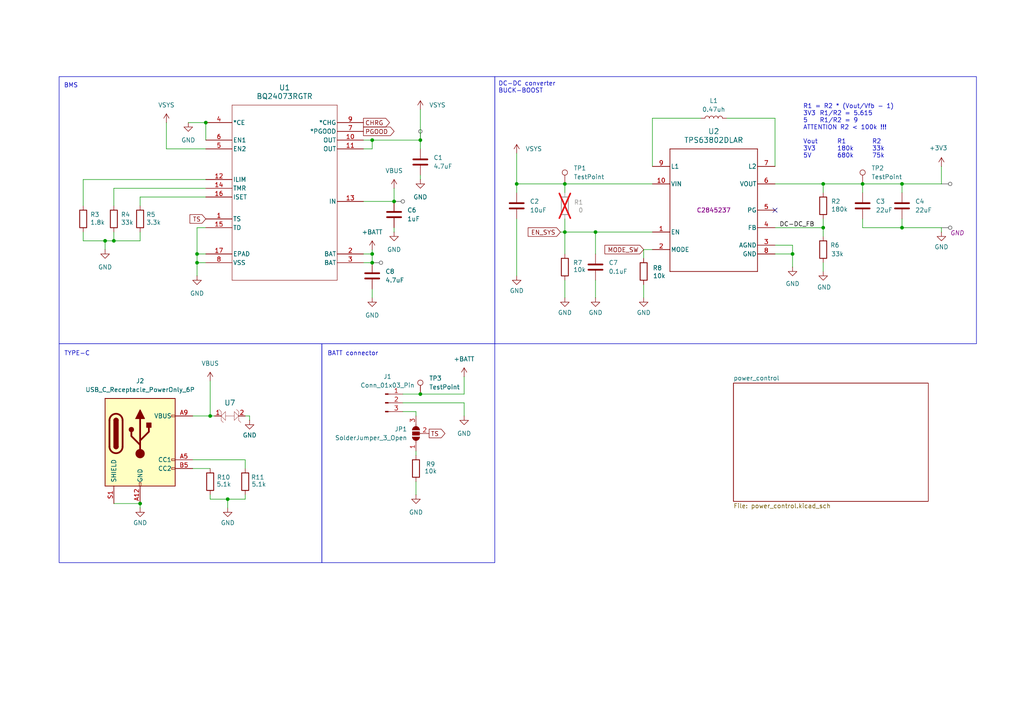
<source format=kicad_sch>
(kicad_sch (version 20250114) (generator "eeschema") (generator_version "9.0")
  (paper "A4")
  (title_block (title "DRP.004") (date "2025-04-05") (rev "v0") (company "SaintCarbonara") (comment 1 "QUACK-QUACK, MAFAKA!") (comment 2 "QUACK-QUACK, MAFAKA!"))
  (lib_symbols
    (symbol "BQ24073:BQ24073RGTR" (pin_names (offset 0.254))
      (property "Reference" "U" (at 22.86 10.16 0))
      (property "Value" "BQ24073RGTR" (at 22.86 7.62 0))
      (symbol "BQ24073RGTR_0_1"
        (polyline (pts (xy 7.62 5.08) (xy 7.62 -45.72)) (stroke (width 0.127)))
        (polyline (pts (xy 7.62 -45.72) (xy 38.1 -45.72)) (stroke (width 0.127)))
        (polyline (pts (xy 38.1 5.08) (xy 7.62 5.08)) (stroke (width 0.127)))
        (polyline (pts (xy 38.1 -45.72) (xy 38.1 5.08)) (stroke (width 0.127)))
        (pin input line (at 0 0 0) (length 7.62) (name "*CE") (number "4"))
        (pin input line (at 0 -5.08 0) (length 7.62) (name "EN1") (number "6"))
        (pin input line (at 0 -7.62 0) (length 7.62) (name "EN2") (number "5"))
        (pin input line (at 0 -16.51 0) (length 7.62) (name "ILIM") (number "12"))
        (pin input line (at 0 -19.05 0) (length 7.62) (name "TMR") (number "14"))
        (pin bidirectional line (at 0 -21.59 0) (length 7.62) (name "ISET") (number "16"))
        (pin input line (at 0 -27.94 0) (length 7.62) (name "TS") (number "1"))
        (pin input line (at 0 -30.48 0) (length 7.62) (name "TD") (number "15"))
        (pin power_out line (at 0 -38.1 0) (length 7.62) (name "EPAD") (number "17"))
        (pin power_out line (at 0 -40.64 0) (length 7.62) (name "VSS") (number "8"))
        (pin output line (at 45.72 0 180) (length 7.62) (name "*CHG") (number "9"))
        (pin output line (at 45.72 -2.54 180) (length 7.62) (name "*PGOOD") (number "7"))
        (pin power_out line (at 45.72 -7.62 180) (length 7.62) (name "OUT") (number "11"))
        (pin power_out line (at 45.72 -22.86 180) (length 7.62) (name "IN") (number "13"))
        (pin power_in line (at 45.72 -38.1 180) (length 7.62) (name "BAT") (number "2"))
        (pin power_in line (at 45.72 -40.64 180) (length 7.62) (name "BAT") (number "3"))
      )
      (symbol "BQ24073RGTR_1_1"
        (pin power_out line (at 45.72 -5.08 180) (length 7.62) (name "OUT") (number "10"))
      )
    )
    (symbol "Connector:Conn_01x03_Pin" (pin_names (offset 1.016) (hide yes))
      (property "Reference" "J" (at 0 5.08 0))
      (property "Value" "Conn_01x03_Pin" (at 0 -5.08 0))
      (symbol "Conn_01x03_Pin_1_1"
        (rectangle (start 0.8636 2.667) (end 0 2.413) (stroke (width 0.1524)) (fill (type outline)))
        (rectangle (start 0.8636 0.127) (end 0 -0.127) (stroke (width 0.1524)) (fill (type outline)))
        (rectangle (start 0.8636 -2.413) (end 0 -2.667) (stroke (width 0.1524)) (fill (type outline)))
        (polyline (pts (xy 1.27 2.54) (xy 0.8636 2.54)) (stroke (width 0.1524)))
        (polyline (pts (xy 1.27 0) (xy 0.8636 0)) (stroke (width 0.1524)))
        (polyline (pts (xy 1.27 -2.54) (xy 0.8636 -2.54)) (stroke (width 0.1524)))
        (pin passive line (at 5.08 2.54 180) (length 3.81) (name "Pin_1") (number "1"))
        (pin passive line (at 5.08 0 180) (length 3.81) (name "Pin_2") (number "2"))
        (pin passive line (at 5.08 -2.54 180) (length 3.81) (name "Pin_3") (number "3"))
      )
    )
    (symbol "Connector:TestPoint" (pin_numbers (hide yes)) (pin_names (offset 0.762) (hide yes))
      (property "Reference" "TP" (at 0 6.858 0))
      (property "Value" "TestPoint" (at 0 5.08 0))
      (symbol "TestPoint_0_1"
        (circle (center 0 3.302) (radius 0.762))
      )
      (symbol "TestPoint_1_1"
        (pin passive line (at 0 0 90) (length 2.54) (name "1") (number "1"))
      )
    )
    (symbol "Connector:USB_C_Receptacle_PowerOnly_6P" (pin_names (offset 1.016))
      (property "Reference" "J" (at 0 16.51 0))
      (property "Value" "USB_C_Receptacle_PowerOnly_6P" (at 0 13.97 0))
      (symbol "USB_C_Receptacle_PowerOnly_6P_0_0"
        (rectangle (start -0.254 -12.7) (end 0.254 -11.684))
        (rectangle (start 10.16 7.874) (end 9.144 7.366))
        (rectangle (start 10.16 -4.826) (end 9.144 -5.334))
        (rectangle (start 10.16 -7.366) (end 9.144 -7.874))
      )
      (symbol "USB_C_Receptacle_PowerOnly_6P_0_1"
        (rectangle (start -10.16 12.7) (end 10.16 -12.7) (stroke (width 0.254)) (fill (type background)))
        (polyline (pts (xy -8.89 -1.27) (xy -8.89 6.35)) (stroke (width 0.508)))
        (rectangle (start -7.62 -1.27) (end -6.35 6.35) (stroke (width 0.254)) (fill (type outline)))
        (arc (start -7.62 6.35) (mid -6.985 6.9823) (end -6.35 6.35) (stroke (width 0.254)))
        (arc (start -7.62 6.35) (mid -6.985 6.9823) (end -6.35 6.35) (stroke (width 0.254)) (fill (type outline)))
        (arc (start -8.89 6.35) (mid -6.985 8.2467) (end -5.08 6.35) (stroke (width 0.508)))
        (arc (start -5.08 -1.27) (mid -6.985 -3.1667) (end -8.89 -1.27) (stroke (width 0.508)))
        (arc (start -6.35 -1.27) (mid -6.985 -1.9023) (end -7.62 -1.27) (stroke (width 0.254)))
        (arc (start -6.35 -1.27) (mid -6.985 -1.9023) (end -7.62 -1.27) (stroke (width 0.254)) (fill (type outline)))
        (polyline (pts (xy -5.08 6.35) (xy -5.08 -1.27)) (stroke (width 0.508)))
        (circle (center -2.54 3.683) (radius 0.635) (stroke (width 0.254)) (fill (type outline)))
        (polyline (pts (xy -1.27 6.858) (xy 0 9.398) (xy 1.27 6.858) (xy -1.27 6.858)) (stroke (width 0.254)) (fill (type outline)))
        (polyline (pts (xy 0 0.508) (xy 2.54 3.048) (xy 2.54 4.318)) (stroke (width 0.508)))
        (polyline (pts (xy 0 -0.762) (xy -2.54 1.778) (xy -2.54 3.048)) (stroke (width 0.508)))
        (polyline (pts (xy 0 -3.302) (xy 0 6.858)) (stroke (width 0.508)))
        (circle (center 0 -3.302) (radius 1.27) (fill (type outline)))
        (rectangle (start 1.905 4.318) (end 3.175 5.588) (stroke (width 0.254)) (fill (type outline)))
      )
      (symbol "USB_C_Receptacle_PowerOnly_6P_1_1"
        (pin passive line (at -7.62 -17.78 90) (length 5.08) (name "SHIELD") (number "S1"))
        (pin passive line (at 0 -17.78 90) (length 5.08) (name "GND") (number "A12"))
        (pin passive line (at 0 -17.78 90) (length 5.08) (hide yes) (name "GND") (number "B12"))
        (pin passive line (at 15.24 7.62 180) (length 5.08) (name "VBUS") (number "A9"))
        (pin passive line (at 15.24 7.62 180) (length 5.08) (hide yes) (name "VBUS") (number "B9"))
        (pin bidirectional line (at 15.24 -5.08 180) (length 5.08) (name "CC1") (number "A5"))
        (pin bidirectional line (at 15.24 -7.62 180) (length 5.08) (name "CC2") (number "B5"))
      )
    )
    (symbol "Device:C" (pin_numbers (hide yes)) (pin_names (offset 0.254))
      (property "Reference" "C" (at 0.635 2.54 0))
      (property "Value" "C" (at 0.635 -2.54 0))
      (symbol "C_0_1"
        (polyline (pts (xy -2.032 0.762) (xy 2.032 0.762)) (stroke (width 0.508)))
        (polyline (pts (xy -2.032 -0.762) (xy 2.032 -0.762)) (stroke (width 0.508)))
      )
      (symbol "C_1_1"
        (pin passive line (at 0 3.81 270) (length 2.794) (name "~") (number "1"))
        (pin passive line (at 0 -3.81 90) (length 2.794) (name "~") (number "2"))
      )
    )
    (symbol "Device:L" (pin_numbers (hide yes)) (pin_names (offset 1.016) (hide yes))
      (property "Reference" "L" (at -1.27 0 90))
      (property "Value" "L" (at 1.905 0 90))
      (symbol "L_0_1"
        (arc (start 0 2.54) (mid 0.6323 1.905) (end 0 1.27))
        (arc (start 0 1.27) (mid 0.6323 0.635) (end 0 0))
        (arc (start 0 0) (mid 0.6323 -0.635) (end 0 -1.27))
        (arc (start 0 -1.27) (mid 0.6323 -1.905) (end 0 -2.54))
      )
      (symbol "L_1_1"
        (pin passive line (at 0 3.81 270) (length 1.27) (name "1") (number "1"))
        (pin passive line (at 0 -3.81 90) (length 1.27) (name "2") (number "2"))
      )
    )
    (symbol "Device:R" (pin_numbers (hide yes)) (pin_names (offset 0))
      (property "Reference" "R" (at 2.032 0 90))
      (property "Value" "R" (at 0 0 90))
      (symbol "R_0_1"
        (rectangle (start -1.016 -2.54) (end 1.016 2.54) (stroke (width 0.254)))
      )
      (symbol "R_1_1"
        (pin passive line (at 0 3.81 270) (length 1.27) (name "~") (number "1"))
        (pin passive line (at 0 -3.81 90) (length 1.27) (name "~") (number "2"))
      )
    )
    (symbol "Jumper:SolderJumper_3_Open" (pin_names (offset 0) (hide yes)) (in_bom no)
      (property "Reference" "JP" (at -2.54 -2.54 0))
      (property "Value" "SolderJumper_3_Open" (at 0 2.794 0))
      (symbol "SolderJumper_3_Open_0_1"
        (polyline (pts (xy -2.54 0) (xy -2.032 0)))
        (polyline (pts (xy -1.016 1.016) (xy -1.016 -1.016)))
        (arc (start -1.016 -1.016) (mid -2.0276 0) (end -1.016 1.016))
        (arc (start -1.016 -1.016) (mid -2.0276 0) (end -1.016 1.016) (fill (type outline)))
        (rectangle (start -0.508 1.016) (end 0.508 -1.016) (fill (type outline)))
        (polyline (pts (xy 0 -1.27) (xy 0 -1.016)))
        (arc (start 1.016 1.016) (mid 2.0276 0) (end 1.016 -1.016))
        (arc (start 1.016 1.016) (mid 2.0276 0) (end 1.016 -1.016) (fill (type outline)))
        (polyline (pts (xy 1.016 1.016) (xy 1.016 -1.016)))
        (polyline (pts (xy 2.54 0) (xy 2.032 0)))
      )
      (symbol "SolderJumper_3_Open_1_1"
        (pin passive line (at -5.08 0 0) (length 2.54) (name "A") (number "1"))
        (pin passive line (at 0 -3.81 90) (length 2.54) (name "C") (number "2"))
        (pin passive line (at 5.08 0 180) (length 2.54) (name "B") (number "3"))
      )
    )
    (symbol "TPD1E10B06DPYR:TPD1E10B06DPYR" (pin_names (offset 0.254))
      (property "Reference" "U" (at 14.605 8.255 0))
      (symbol "TPD1E10B06DPYR_0_1"
        (polyline (pts (xy 11.43 1.905) (xy 12.065 1.27)) (stroke (width 0.0762)))
        (polyline (pts (xy 12.065 1.27) (xy 12.065 -1.27)) (stroke (width 0.0762)))
        (polyline (pts (xy 12.065 0) (xy 13.335 -1.27)) (stroke (width 0.0762)))
        (polyline (pts (xy 12.7 -1.905) (xy 12.065 -1.27)) (stroke (width 0.0762)))
        (polyline (pts (xy 13.335 1.27) (xy 12.065 0)) (stroke (width 0.0762)))
        (polyline (pts (xy 13.335 0) (xy 15.875 0)) (stroke (width 0.0762)))
        (polyline (pts (xy 13.335 -1.27) (xy 13.335 1.27)) (stroke (width 0.0762)))
        (polyline (pts (xy 15.875 -1.27) (xy 15.875 1.27)) (stroke (width 0.0762)))
        (polyline (pts (xy 15.875 -1.27) (xy 17.145 0)) (stroke (width 0.0762)))
        (polyline (pts (xy 16.51 1.905) (xy 17.145 1.27)) (stroke (width 0.0762)))
        (polyline (pts (xy 17.145 0) (xy 15.875 1.27)) (stroke (width 0.0762)))
        (polyline (pts (xy 17.145 -1.27) (xy 17.145 1.27)) (stroke (width 0.0762)))
        (polyline (pts (xy 17.78 -1.905) (xy 17.145 -1.27)) (stroke (width 0.0762)))
      )
      (symbol "TPD1E10B06DPYR_1_1"
        (pin unspecified line (at 10.16 0 0) (length 1.905) (name "") (number "1"))
        (pin unspecified line (at 19.05 0 180) (length 1.905) (name "") (number "2"))
      )
    )
    (symbol "TPS63802:TPS63802DLAR" (pin_names (offset 0.254))
      (property "Reference" "U" (at 0 2.54 0))
      (property "Value" "TPS63802DLAR" (at 0 0 0))
      (symbol "TPS63802DLAR_0_1"
        (polyline (pts (xy -12.7 17.78) (xy -12.7 -17.78)) (stroke (width 0.2032)))
        (polyline (pts (xy -12.7 -17.78) (xy 12.7 -17.78)) (stroke (width 0.2032)))
        (polyline (pts (xy 12.7 17.78) (xy -12.7 17.78)) (stroke (width 0.2032)))
        (polyline (pts (xy 12.7 -17.78) (xy 12.7 17.78)) (stroke (width 0.2032)))
        (pin passive line (at -17.78 12.7 0) (length 5.08) (name "L1") (number "9"))
        (pin power_in line (at -17.78 7.62 0) (length 5.08) (name "VIN") (number "10"))
        (pin input line (at -17.78 -6.35 0) (length 5.08) (name "EN") (number "1"))
        (pin input line (at -17.78 -11.43 0) (length 5.08) (name "MODE") (number "2"))
        (pin passive line (at 17.78 12.7 180) (length 5.08) (name "L2") (number "7"))
        (pin power_out line (at 17.78 7.62 180) (length 5.08) (name "VOUT") (number "6"))
        (pin open_collector line (at 17.78 0 180) (length 5.08) (name "PG") (number "5"))
        (pin input line (at 17.78 -5.08 180) (length 5.08) (name "FB") (number "4"))
        (pin power_in line (at 17.78 -10.16 180) (length 5.08) (name "AGND") (number "3"))
        (pin power_in line (at 17.78 -12.7 180) (length 5.08) (name "GND") (number "8"))
      )
    )
    (symbol "power:+3V3" (power) (pin_numbers (hide yes)) (pin_names (offset 0) (hide yes))
      (property "Value" "+3V3" (at 0 3.556 0))
      (symbol "+3V3_0_1"
        (polyline (pts (xy -0.762 1.27) (xy 0 2.54)))
        (polyline (pts (xy 0 2.54) (xy 0.762 1.27)))
        (polyline (pts (xy 0 0) (xy 0 2.54)))
      )
      (symbol "+3V3_1_1"
        (pin power_in line (at 0 0 90) (length 0) (name "~") (number "1"))
      )
    )
    (symbol "power:+BATT" (power) (pin_numbers (hide yes)) (pin_names (offset 0) (hide yes))
      (property "Value" "+BATT" (at 0 3.556 0))
      (symbol "+BATT_0_1"
        (polyline (pts (xy -0.762 1.27) (xy 0 2.54)))
        (polyline (pts (xy 0 2.54) (xy 0.762 1.27)))
        (polyline (pts (xy 0 0) (xy 0 2.54)))
      )
      (symbol "+BATT_1_1"
        (pin power_in line (at 0 0 90) (length 0) (name "~") (number "1"))
      )
    )
    (symbol "power:GND" (power) (pin_numbers (hide yes)) (pin_names (offset 0) (hide yes))
      (property "Value" "GND" (at 0 -3.81 0))
      (symbol "GND_0_1"
        (polyline (pts (xy 0 0) (xy 0 -1.27) (xy 1.27 -1.27) (xy 0 -2.54) (xy -1.27 -1.27) (xy 0 -1.27)))
      )
      (symbol "GND_1_1"
        (pin power_in line (at 0 0 270) (length 0) (name "~") (number "1"))
      )
    )
    (symbol "power:VBUS" (power) (pin_numbers (hide yes)) (pin_names (offset 0) (hide yes))
      (property "Value" "VBUS" (at 0 3.556 0))
      (symbol "VBUS_0_1"
        (polyline (pts (xy -0.762 1.27) (xy 0 2.54)))
        (polyline (pts (xy 0 2.54) (xy 0.762 1.27)))
        (polyline (pts (xy 0 0) (xy 0 2.54)))
      )
      (symbol "VBUS_1_1"
        (pin power_in line (at 0 0 90) (length 0) (name "~") (number "1"))
      )
    )
    (symbol "power:VCC" (power) (pin_numbers (hide yes)) (pin_names (offset 0) (hide yes))
      (property "Value" "VCC" (at 0 3.556 0))
      (symbol "VCC_0_1"
        (polyline (pts (xy -0.762 1.27) (xy 0 2.54)))
        (polyline (pts (xy 0 2.54) (xy 0.762 1.27)))
        (polyline (pts (xy 0 0) (xy 0 2.54)))
      )
      (symbol "VCC_1_1"
        (pin power_in line (at 0 0 90) (length 0) (name "~") (number "1"))
      )
    )
  )
  (rectangle (start 17.145 22.225) (end 143.51 99.695))
  (rectangle (start 143.51 22.225) (end 283.21 99.695))
  (rectangle (start 17.145 99.695) (end 93.345 163.195))
  (rectangle (start 93.345 99.695) (end 143.51 163.195))
  (text "DC-DC converter\nBUCK-BOOST" (at 144.526 25.4 0) (effects (font (size 1.27 1.27)) (justify left)))
  (text "R1 = R2 * (Vout/Vfb - 1)\n3V3	R1/R2 = 5.615\n5	R1/R2 = 9\nATTENTION R2 < 100k !!!\n\nVout	R1		R2\n3V3		180k	33k\n5V		680k	75k" (exclude_from_sim yes) (at 232.918 38.1 0) (effects (font (size 1.27 1.27)) (justify left)))
  (text "TYPE-C" (at 22.352 102.616 0) (effects (font (size 1.27 1.27))))
  (text "BMS" (at 20.574 24.892 0) (effects (font (size 1.27 1.27))))
  (text "BATT connector" (at 102.362 102.616 0) (effects (font (size 1.27 1.27))))
  (junction (at 107.95 40.64))
  (junction (at 57.15 76.2))
  (junction (at 114.3 58.42))
  (junction (at 59.69 35.56))
  (junction (at 107.95 76.2))
  (junction (at 261.62 66.04))
  (junction (at 121.92 114.3))
  (junction (at 40.64 146.05))
  (junction (at 60.96 120.65))
  (junction (at 149.86 53.34))
  (junction (at 229.87 73.66))
  (junction (at 57.15 73.66))
  (junction (at 121.92 40.64))
  (junction (at 163.83 67.31))
  (junction (at 238.76 66.04))
  (junction (at 33.02 69.85))
  (junction (at 30.48 69.85))
  (junction (at 163.83 53.34))
  (junction (at 66.04 144.78))
  (junction (at 238.76 53.34))
  (junction (at 107.95 73.66))
  (junction (at 250.19 53.34))
  (junction (at 172.72 67.31))
  (junction (at 261.62 53.34))
  (no_connect (at 224.79 60.96))
  (wire (pts (xy 33.02 146.05) (xy 40.64 146.05)))
  (wire (pts (xy 107.95 40.64) (xy 107.95 43.18)))
  (wire (pts (xy 24.13 69.85) (xy 30.48 69.85)))
  (wire (pts (xy 62.23 120.65) (xy 60.96 120.65)))
  (wire (pts (xy 186.69 74.93) (xy 186.69 72.39)))
  (wire (pts (xy 59.69 35.56) (xy 59.69 40.64)))
  (wire (pts (xy 24.13 69.85) (xy 24.13 67.31)))
  (wire (pts (xy 121.92 40.64) (xy 107.95 40.64)))
  (wire (pts (xy 120.65 130.81) (xy 120.65 132.08)))
  (wire (pts (xy 224.79 71.12) (xy 229.87 71.12)))
  (wire (pts (xy 30.48 69.85) (xy 33.02 69.85)))
  (wire (pts (xy 250.19 55.88) (xy 250.19 53.34)))
  (wire (pts (xy 163.83 81.28) (xy 163.83 86.36)))
  (wire (pts (xy 134.62 114.3) (xy 121.92 114.3)))
  (wire (pts (xy 186.69 82.55) (xy 186.69 86.36)))
  (wire (pts (xy 59.69 66.04) (xy 57.15 66.04)))
  (wire (pts (xy 224.79 73.66) (xy 229.87 73.66)))
  (wire (pts (xy 273.05 66.04) (xy 261.62 66.04)))
  (wire (pts (xy 163.83 67.31) (xy 163.83 73.66)))
  (wire (pts (xy 57.15 76.2) (xy 59.69 76.2)))
  (wire (pts (xy 114.3 54.61) (xy 114.3 58.42)))
  (wire (pts (xy 33.02 54.61) (xy 59.69 54.61)))
  (wire (pts (xy 40.64 57.15) (xy 40.64 59.69)))
  (wire (pts (xy 57.15 80.01) (xy 57.15 76.2)))
  (wire (pts (xy 48.26 35.56) (xy 48.26 43.18)))
  (wire (pts (xy 33.02 54.61) (xy 33.02 59.69)))
  (wire (pts (xy 224.79 34.29) (xy 210.82 34.29)))
  (wire (pts (xy 203.2 34.29) (xy 189.23 34.29)))
  (wire (pts (xy 107.95 40.64) (xy 105.41 40.64)))
  (wire (pts (xy 189.23 34.29) (xy 189.23 48.26)))
  (wire (pts (xy 107.95 72.39) (xy 107.95 73.66)))
  (wire (pts (xy 149.86 63.5) (xy 149.86 80.01)))
  (wire (pts (xy 59.69 73.66) (xy 57.15 73.66)))
  (wire (pts (xy 163.83 53.34) (xy 189.23 53.34)))
  (wire (pts (xy 107.95 43.18) (xy 105.41 43.18)))
  (wire (pts (xy 121.92 43.18) (xy 121.92 40.64)))
  (wire (pts (xy 30.48 69.85) (xy 30.48 72.39)))
  (wire (pts (xy 59.69 57.15) (xy 40.64 57.15)))
  (wire (pts (xy 24.13 52.07) (xy 59.69 52.07)))
  (wire (pts (xy 33.02 69.85) (xy 40.64 69.85)))
  (wire (pts (xy 238.76 55.88) (xy 238.76 53.34)))
  (wire (pts (xy 55.88 133.35) (xy 71.12 133.35)))
  (wire (pts (xy 121.92 31.75) (xy 121.92 40.64)))
  (wire (pts (xy 60.96 110.49) (xy 60.96 120.65)))
  (wire (pts (xy 54.61 35.56) (xy 59.69 35.56)))
  (wire (pts (xy 120.65 119.38) (xy 120.65 120.65)))
  (wire (pts (xy 261.62 53.34) (xy 273.05 53.34)))
  (wire (pts (xy 71.12 144.78) (xy 71.12 143.51)))
  (wire (pts (xy 134.62 116.84) (xy 134.62 120.65)))
  (wire (pts (xy 163.83 67.31) (xy 172.72 67.31)))
  (wire (pts (xy 55.88 120.65) (xy 60.96 120.65)))
  (wire (pts (xy 162.56 67.31) (xy 163.83 67.31)))
  (wire (pts (xy 114.3 66.04) (xy 114.3 67.31)))
  (wire (pts (xy 24.13 52.07) (xy 24.13 59.69)))
  (wire (pts (xy 72.39 120.65) (xy 72.39 121.92)))
  (wire (pts (xy 60.96 144.78) (xy 60.96 143.51)))
  (wire (pts (xy 33.02 69.85) (xy 33.02 67.31)))
  (wire (pts (xy 57.15 73.66) (xy 57.15 76.2)))
  (wire (pts (xy 149.86 44.45) (xy 149.86 53.34)))
  (wire (pts (xy 57.15 66.04) (xy 57.15 73.66)))
  (wire (pts (xy 149.86 55.88) (xy 149.86 53.34)))
  (wire (pts (xy 186.69 72.39) (xy 189.23 72.39)))
  (wire (pts (xy 172.72 81.28) (xy 172.72 86.36)))
  (wire (pts (xy 163.83 55.88) (xy 163.83 53.34)))
  (wire (pts (xy 250.19 53.34) (xy 261.62 53.34)))
  (wire (pts (xy 55.88 135.89) (xy 60.96 135.89)))
  (wire (pts (xy 107.95 83.82) (xy 107.95 86.36)))
  (wire (pts (xy 71.12 120.65) (xy 72.39 120.65)))
  (wire (pts (xy 60.96 144.78) (xy 66.04 144.78)))
  (wire (pts (xy 105.41 76.2) (xy 107.95 76.2)))
  (wire (pts (xy 224.79 48.26) (xy 224.79 34.29)))
  (wire (pts (xy 105.41 73.66) (xy 107.95 73.66)))
  (wire (pts (xy 66.04 144.78) (xy 66.04 147.32)))
  (wire (pts (xy 261.62 55.88) (xy 261.62 53.34)))
  (wire (pts (xy 40.64 69.85) (xy 40.64 67.31)))
  (wire (pts (xy 66.04 144.78) (xy 71.12 144.78)))
  (wire (pts (xy 116.84 116.84) (xy 134.62 116.84)))
  (wire (pts (xy 48.26 43.18) (xy 59.69 43.18)))
  (wire (pts (xy 273.05 66.04) (xy 273.05 67.31)))
  (wire (pts (xy 40.64 146.05) (xy 40.64 147.32)))
  (wire (pts (xy 238.76 68.58) (xy 238.76 66.04)))
  (wire (pts (xy 134.62 109.22) (xy 134.62 114.3)))
  (wire (pts (xy 149.86 53.34) (xy 163.83 53.34)))
  (wire (pts (xy 163.83 67.31) (xy 163.83 63.5)))
  (wire (pts (xy 224.79 53.34) (xy 238.76 53.34)))
  (wire (pts (xy 121.92 50.8) (xy 121.92 52.07)))
  (wire (pts (xy 250.19 66.04) (xy 261.62 66.04)))
  (wire (pts (xy 114.3 58.42) (xy 105.41 58.42)))
  (wire (pts (xy 261.62 66.04) (xy 261.62 63.5)))
  (wire (pts (xy 238.76 66.04) (xy 238.76 63.5)))
  (wire (pts (xy 250.19 66.04) (xy 250.19 63.5)))
  (wire (pts (xy 116.84 119.38) (xy 120.65 119.38)))
  (wire (pts (xy 238.76 53.34) (xy 250.19 53.34)))
  (wire (pts (xy 229.87 73.66) (xy 229.87 77.47)))
  (wire (pts (xy 273.05 48.26) (xy 273.05 53.34)))
  (wire (pts (xy 238.76 76.2) (xy 238.76 78.74)))
  (wire (pts (xy 172.72 67.31) (xy 189.23 67.31)))
  (wire (pts (xy 224.79 66.04) (xy 238.76 66.04)))
  (wire (pts (xy 121.92 114.3) (xy 116.84 114.3)))
  (wire (pts (xy 71.12 133.35) (xy 71.12 135.89)))
  (wire (pts (xy 172.72 67.31) (xy 172.72 73.66)))
  (wire (pts (xy 229.87 71.12) (xy 229.87 73.66)))
  (wire (pts (xy 120.65 139.7) (xy 120.65 143.51)))
  (wire (pts (xy 107.95 73.66) (xy 107.95 76.2)))
  (label "DC-DC_FB" (at 226.06 66.04 0))
  (global_label "EN_SYS" (shape input) (at 162.56 67.31 180) (property "Intersheetrefs" "${INTERSHEET_REFS}" (effects (hide yes))))
  (global_label "CHRG" (shape output) (at 105.41 35.56 0) (property "Intersheetrefs" "${INTERSHEET_REFS}" (effects (hide yes))))
  (global_label "MODE_SW" (shape input) (at 186.69 72.39 180) (property "Intersheetrefs" "${INTERSHEET_REFS}" (effects (hide yes))))
  (global_label "TS" (shape input) (at 59.69 63.5 180) (property "Intersheetrefs" "${INTERSHEET_REFS}" (effects (hide yes))))
  (global_label "TS" (shape output) (at 124.46 125.73 0) (property "Intersheetrefs" "${INTERSHEET_REFS}" (effects (hide yes))))
  (global_label "PGOOD" (shape output) (at 105.41 38.1 0) (property "Intersheetrefs" "${INTERSHEET_REFS}" (effects (hide yes))))
  (netclass_flag "" (length 2.54) (shape round) (at 273.05 66.04 270) (property "Netclass" "GND" (at 275.59 67.564 0) (effects (font (italic yes)) (justify left))))
  (netclass_flag "" (length 2.54) (shape round) (at 107.95 76.2 270) (property "Netclass" "BAT" (effects (hide yes))))
  (netclass_flag "" (length 2.54) (shape round) (at 273.05 53.34 270) (property "Netclass" "POWER" (effects (hide yes))))
  (netclass_flag "" (length 2.54) (shape round) (at 121.92 40.64 0) (property "Netclass" "POWER" (effects (hide yes))))
  (netclass_flag "" (length 2.54) (shape round) (at 114.3 58.42 270) (property "Netclass" "POWER" (effects (hide yes))))
  (symbol (lib_id "power:GND") (at 57.15 80.01 0) (mirror y) (unit 1)
    (property "Reference" "#PWR014" (effects (hide yes)))
    (property "Value" "GND" (at 57.15 85.09 0))
    (property "Description" "Power symbol creates a global label with name \"GND\" , ground" (effects (hide yes)))
  )
  (symbol (lib_id "Device:R") (at 33.02 63.5 0) (mirror y) (unit 1)
    (property "Reference" "R4" (at 35.052 62.23 0) (effects (justify right)))
    (property "Value" "33k" (at 35.052 64.516 0) (effects (justify right)))
    (property "Footprint" "Resistor_SMD:R_0603_1608Metric" (effects (hide yes)))
    (property "Description" "Resistor" (effects (hide yes)))
  )
  (symbol (lib_id "power:VCC") (at 121.92 31.75 0) (mirror y) (unit 1)
    (property "Reference" "#PWR01" (effects (hide yes)))
    (property "Value" "VSYS" (at 124.46 30.4799 0) (effects (justify right)))
    (property "Description" "Power symbol creates a global label with name \"VCC\"" (effects (hide yes)))
  )
  (symbol (lib_id "Connector:USB_C_Receptacle_PowerOnly_6P") (at 40.64 128.27 0) (unit 1)
    (property "Reference" "J2" (at 40.64 110.49 0))
    (property "Value" "USB_C_Receptacle_PowerOnly_6P" (at 40.64 113.03 0))
    (property "Footprint" "Connector_USB:USB_C_Receptacle_GCT_USB4125-xx-x-0190_6P_TopMnt_Horizontal" (effects (hide yes)))
    (property "Datasheet" "https://www.usb.org/sites/default/files/documents/usb_type-c.zip" (effects (hide yes)))
    (property "Description" "USB Power-Only 6P Type-C Receptacle connector" (effects (hide yes)))
  )
  (symbol (lib_id "power:+BATT") (at 134.62 109.22 0) (unit 1)
    (property "Reference" "#PWR021" (effects (hide yes)))
    (property "Value" "+BATT" (at 134.62 104.14 0))
    (property "Description" "Power symbol creates a global label with name \"+BATT\"" (effects (hide yes)))
  )
  (symbol (lib_id "power:GND") (at 40.64 147.32 0) (mirror y) (unit 1)
    (property "Reference" "#PWR025" (effects (hide yes)))
    (property "Value" "GND" (at 38.608 151.638 0) (effects (justify right)))
    (property "Description" "Power symbol creates a global label with name \"GND\" , ground" (effects (hide yes)))
  )
  (symbol (lib_id "power:GND") (at 163.83 86.36 0) (mirror y) (unit 1)
    (property "Reference" "#PWR017" (effects (hide yes)))
    (property "Value" "GND" (at 161.798 90.678 0) (effects (justify right)))
    (property "Description" "Power symbol creates a global label with name \"GND\" , ground" (effects (hide yes)))
  )
  (symbol (lib_id "Device:C") (at 149.86 59.69 0) (mirror y) (unit 1)
    (property "Reference" "C2" (at 153.67 58.4199 0) (effects (justify right)))
    (property "Value" "10uF" (at 153.67 60.9599 0) (effects (justify right)))
    (property "Footprint" "Capacitor_SMD:C_0603_1608Metric" (effects (hide yes)))
    (property "Description" "Unpolarized capacitor" (effects (hide yes)))
  )
  (symbol (lib_id "Device:C") (at 250.19 59.69 0) (mirror y) (unit 1)
    (property "Reference" "C3" (at 254 58.4199 0) (effects (justify right)))
    (property "Value" "22uF" (at 254 60.9599 0) (effects (justify right)))
    (property "Footprint" "Capacitor_SMD:C_0603_1608Metric" (effects (hide yes)))
    (property "Description" "Unpolarized capacitor" (effects (hide yes)))
  )
  (symbol (lib_id "TPS63802:TPS63802DLAR") (at 207.01 60.96 0) (unit 1)
    (property "Reference" "U2" (at 207.01 38.1 0) (effects (font (size 1.524 1.524))))
    (property "Value" "TPS63802DLAR" (at 207.01 40.64 0) (effects (font (size 1.524 1.524))))
    (property "Footprint" "TPS63802:DLA0010A" (effects (hide yes)))
    (property "Datasheet" "TPS63802DLAR" (effects (hide yes)))
    (property "LCSC" "C2845237" (at 207.01 60.96 0))
  )
  (symbol (lib_id "Device:C") (at 261.62 59.69 0) (mirror y) (unit 1)
    (property "Reference" "C4" (at 265.43 58.4199 0) (effects (justify right)))
    (property "Value" "22uF" (at 265.43 60.9599 0) (effects (justify right)))
    (property "Footprint" "Capacitor_SMD:C_0603_1608Metric" (effects (hide yes)))
    (property "Description" "Unpolarized capacitor" (effects (hide yes)))
  )
  (symbol (lib_id "power:+BATT") (at 107.95 72.39 0) (unit 1)
    (property "Reference" "#PWR011" (effects (hide yes)))
    (property "Value" "+BATT" (at 107.95 67.31 0))
    (property "Description" "Power symbol creates a global label with name \"+BATT\"" (effects (hide yes)))
  )
  (symbol (lib_id "power:VBUS") (at 114.3 54.61 0) (unit 1)
    (property "Reference" "#PWR07" (effects (hide yes)))
    (property "Value" "VBUS" (at 114.3 49.53 0))
    (property "Description" "Power symbol creates a global label with name \"VBUS\"" (effects (hide yes)))
  )
  (symbol (lib_id "power:GND") (at 121.92 52.07 0) (mirror y) (unit 1)
    (property "Reference" "#PWR06" (effects (hide yes)))
    (property "Value" "GND" (at 121.92 57.15 0))
    (property "Description" "Power symbol creates a global label with name \"GND\" , ground" (effects (hide yes)))
  )
  (symbol (lib_id "TPD1E10B06DPYR:TPD1E10B06DPYR") (at 52.07 120.65 0) (unit 1)
    (property "Reference" "U7" (at 66.675 116.84 0) (effects (font (size 1.524 1.524))))
    (property "Value" "TPD1E10B06DPYR" (effects (hide yes)))
    (property "Footprint" "TPD1E10B06DPYR:X1SON-2_L1.0-W0.6-P0.65-BI" (effects (hide yes)))
    (property "Datasheet" "TPD1E10B06DPYR" (effects (hide yes)))
    (property "LCSC" "C48260" (effects (hide yes)))
  )
  (symbol (lib_id "Device:C") (at 121.92 46.99 0) (mirror y) (unit 1)
    (property "Reference" "C1" (at 125.73 45.7199 0) (effects (justify right)))
    (property "Value" "4.7uF" (at 125.73 48.2599 0) (effects (justify right)))
    (property "Footprint" "Capacitor_SMD:C_0603_1608Metric" (effects (hide yes)))
    (property "Description" "Unpolarized capacitor" (effects (hide yes)))
  )
  (symbol (lib_id "Device:R") (at 238.76 72.39 0) (mirror y) (unit 1)
    (property "Reference" "R6" (at 240.792 71.12 0) (effects (justify right)))
    (property "Value" "33k" (at 241.046 73.66 0) (effects (justify right)))
    (property "Footprint" "Resistor_SMD:R_0603_1608Metric" (effects (hide yes)))
    (property "Description" "Resistor" (effects (hide yes)))
  )
  (symbol (lib_id "BQ24073:BQ24073RGTR") (at 59.69 35.56 0) (unit 1)
    (property "Reference" "U1" (at 82.55 25.4 0) (effects (font (size 1.524 1.524))))
    (property "Value" "BQ24073RGTR" (at 82.55 27.94 0) (effects (font (size 1.524 1.524))))
    (property "Footprint" "BQ24703:RGT16_1P7X1P7" (effects (hide yes)))
    (property "Datasheet" "BQ24073RGTR" (effects (hide yes)))
    (property "LCSC" "C15220" (effects (hide yes)))
  )
  (symbol (lib_id "power:GND") (at 273.05 67.31 0) (mirror y) (unit 1)
    (property "Reference" "#PWR09" (effects (hide yes)))
    (property "Value" "GND" (at 271.018 71.628 0) (effects (justify right)))
    (property "Description" "Power symbol creates a global label with name \"GND\" , ground" (effects (hide yes)))
  )
  (symbol (lib_id "power:VCC") (at 149.86 44.45 0) (mirror y) (unit 1)
    (property "Reference" "#PWR04" (effects (hide yes)))
    (property "Value" "VSYS" (at 152.4 43.1799 0) (effects (justify right)))
    (property "Description" "Power symbol creates a global label with name \"VCC\"" (effects (hide yes)))
  )
  (symbol (lib_id "Device:R") (at 163.83 59.69 180) (unit 1) (dnp yes)
    (property "Reference" "R1" (at 169.164 58.674 0) (effects (justify left)))
    (property "Value" "0" (at 169.164 60.96 0) (effects (justify left)))
    (property "Footprint" "Resistor_SMD:R_0603_1608Metric" (effects (hide yes)))
    (property "Description" "Resistor" (effects (hide yes)))
  )
  (symbol (lib_id "Device:R") (at 186.69 78.74 180) (unit 1)
    (property "Reference" "R8" (at 192.024 77.724 0) (effects (justify left)))
    (property "Value" "10k" (at 193.04 80.01 0) (effects (justify left)))
    (property "Footprint" "Resistor_SMD:R_0603_1608Metric" (effects (hide yes)))
    (property "Description" "Resistor" (effects (hide yes)))
  )
  (symbol (lib_id "power:GND") (at 186.69 86.36 0) (mirror y) (unit 1)
    (property "Reference" "#PWR019" (effects (hide yes)))
    (property "Value" "GND" (at 184.658 90.678 0) (effects (justify right)))
    (property "Description" "Power symbol creates a global label with name \"GND\" , ground" (effects (hide yes)))
  )
  (symbol (lib_id "Device:C") (at 107.95 80.01 0) (mirror y) (unit 1)
    (property "Reference" "C8" (at 111.76 78.7399 0) (effects (justify right)))
    (property "Value" "4.7uF" (at 111.76 81.2799 0) (effects (justify right)))
    (property "Footprint" "Capacitor_SMD:C_0603_1608Metric" (effects (hide yes)))
    (property "Description" "Unpolarized capacitor" (effects (hide yes)))
  )
  (symbol (lib_id "Jumper:SolderJumper_3_Open") (at 120.65 125.73 90) (unit 1) (in_bom no)
    (property "Reference" "JP1" (at 118.11 124.4599 90) (effects (justify left)))
    (property "Value" "SolderJumper_3_Open" (at 118.11 126.9999 90) (effects (justify left)))
    (property "Footprint" "Jumper:SolderJumper-3_P1.3mm_Open_RoundedPad1.0x1.5mm" (effects (hide yes)))
    (property "Description" "Solder Jumper, 3-pole, open" (effects (hide yes)))
  )
  (symbol (lib_id "Connector:TestPoint") (at 250.19 53.34 0) (unit 1) (in_bom no)
    (property "Reference" "TP2" (at 252.73 48.7679 0) (effects (justify left)))
    (property "Value" "TestPoint" (at 252.73 51.3079 0) (effects (justify left)))
    (property "Footprint" "TestPoint:TestPoint_Pad_D1.0mm" (effects (hide yes)))
    (property "Description" "test point" (effects (hide yes)))
  )
  (symbol (lib_id "power:GND") (at 149.86 80.01 0) (mirror y) (unit 1)
    (property "Reference" "#PWR015" (effects (hide yes)))
    (property "Value" "GND" (at 147.828 84.328 0) (effects (justify right)))
    (property "Description" "Power symbol creates a global label with name \"GND\" , ground" (effects (hide yes)))
  )
  (symbol (lib_id "power:GND") (at 172.72 86.36 0) (mirror y) (unit 1)
    (property "Reference" "#PWR018" (effects (hide yes)))
    (property "Value" "GND" (at 170.688 90.678 0) (effects (justify right)))
    (property "Description" "Power symbol creates a global label with name \"GND\" , ground" (effects (hide yes)))
  )
  (symbol (lib_id "Connector:TestPoint") (at 121.92 114.3 0) (unit 1) (in_bom no)
    (property "Reference" "TP3" (at 124.46 109.7279 0) (effects (justify left)))
    (property "Value" "TestPoint" (at 124.46 112.2679 0) (effects (justify left)))
    (property "Footprint" "TestPoint:TestPoint_Pad_D1.0mm" (effects (hide yes)))
    (property "Description" "test point" (effects (hide yes)))
  )
  (symbol (lib_id "power:VBUS") (at 48.26 35.56 0) (unit 1)
    (property "Reference" "#PWR02" (effects (hide yes)))
    (property "Value" "VSYS" (at 48.26 30.48 0))
    (property "Description" "Power symbol creates a global label with name \"VBUS\"" (effects (hide yes)))
  )
  (symbol (lib_id "power:GND") (at 30.48 72.39 0) (mirror y) (unit 1)
    (property "Reference" "#PWR010" (effects (hide yes)))
    (property "Value" "GND" (at 30.48 77.47 0))
    (property "Description" "Power symbol creates a global label with name \"GND\" , ground" (effects (hide yes)))
  )
  (symbol (lib_id "power:GND") (at 54.61 35.56 0) (mirror y) (unit 1)
    (property "Reference" "#PWR03" (effects (hide yes)))
    (property "Value" "GND" (at 54.61 40.64 0))
    (property "Description" "Power symbol creates a global label with name \"GND\" , ground" (effects (hide yes)))
  )
  (symbol (lib_id "Device:C") (at 172.72 77.47 0) (mirror y) (unit 1)
    (property "Reference" "C7" (at 176.53 76.1999 0) (effects (justify right)))
    (property "Value" "0.1uF" (at 176.53 78.7399 0) (effects (justify right)))
    (property "Footprint" "Capacitor_SMD:C_0603_1608Metric" (effects (hide yes)))
    (property "Description" "Unpolarized capacitor" (effects (hide yes)))
  )
  (symbol (lib_id "power:GND") (at 66.04 147.32 0) (mirror y) (unit 1)
    (property "Reference" "#PWR026" (effects (hide yes)))
    (property "Value" "GND" (at 64.008 151.638 0) (effects (justify right)))
    (property "Description" "Power symbol creates a global label with name \"GND\" , ground" (effects (hide yes)))
  )
  (symbol (lib_id "power:GND") (at 238.76 78.74 0) (mirror y) (unit 1)
    (property "Reference" "#PWR013" (effects (hide yes)))
    (property "Value" "GND" (at 236.982 83.312 0) (effects (justify right)))
    (property "Description" "Power symbol creates a global label with name \"GND\" , ground" (effects (hide yes)))
  )
  (symbol (lib_id "Connector:Conn_01x03_Pin") (at 111.76 116.84 0) (unit 1)
    (property "Reference" "J1" (at 112.395 109.22 0))
    (property "Value" "Conn_01x03_Pin" (at 112.395 111.76 0))
    (property "Footprint" "conn:JST_PH_S3B-PH-K_1x03_P2.00mm_Horizontal" (effects (hide yes)))
    (property "Description" "Generic connector, single row, 01x03, script generated" (effects (hide yes)))
  )
  (symbol (lib_id "Device:R") (at 60.96 139.7 180) (unit 1)
    (property "Reference" "R10" (at 66.802 138.43 0) (effects (justify left)))
    (property "Value" "5.1k" (at 67.056 140.462 0) (effects (justify left)))
    (property "Footprint" "Resistor_SMD:R_0603_1608Metric" (effects (hide yes)))
    (property "Description" "Resistor" (effects (hide yes)))
  )
  (symbol (lib_id "Device:R") (at 24.13 63.5 0) (mirror y) (unit 1)
    (property "Reference" "R3" (at 26.162 62.23 0) (effects (justify right)))
    (property "Value" "1.8k" (at 26.162 64.516 0) (effects (justify right)))
    (property "Footprint" "Resistor_SMD:R_0603_1608Metric" (effects (hide yes)))
    (property "Description" "Resistor" (effects (hide yes)))
  )
  (symbol (lib_id "power:GND") (at 229.87 77.47 0) (mirror y) (unit 1)
    (property "Reference" "#PWR012" (effects (hide yes)))
    (property "Value" "GND" (at 227.838 82.296 0) (effects (justify right)))
    (property "Description" "Power symbol creates a global label with name \"GND\" , ground" (effects (hide yes)))
  )
  (symbol (lib_id "Device:R") (at 120.65 135.89 180) (unit 1)
    (property "Reference" "R9" (at 126.238 134.62 0) (effects (justify left)))
    (property "Value" "10k" (at 126.746 136.652 0) (effects (justify left)))
    (property "Footprint" "Resistor_SMD:R_0603_1608Metric" (effects (hide yes)))
    (property "Description" "Resistor" (effects (hide yes)))
  )
  (symbol (lib_id "power:GND") (at 120.65 143.51 0) (mirror y) (unit 1)
    (property "Reference" "#PWR024" (effects (hide yes)))
    (property "Value" "GND" (at 120.65 148.59 0))
    (property "Description" "Power symbol creates a global label with name \"GND\" , ground" (effects (hide yes)))
  )
  (symbol (lib_id "power:+3V3") (at 273.05 48.26 0) (mirror y) (unit 1)
    (property "Reference" "#PWR05" (effects (hide yes)))
    (property "Value" "+3V3" (at 269.494 42.926 0) (effects (justify right)))
    (property "Description" "Power symbol creates a global label with name \"+3V3\"" (effects (hide yes)))
  )
  (symbol (lib_id "Device:C") (at 114.3 62.23 0) (mirror y) (unit 1)
    (property "Reference" "C6" (at 118.11 60.9599 0) (effects (justify right)))
    (property "Value" "1uF" (at 118.11 63.4999 0) (effects (justify right)))
    (property "Footprint" "Capacitor_SMD:C_0603_1608Metric" (effects (hide yes)))
    (property "Description" "Unpolarized capacitor" (effects (hide yes)))
  )
  (symbol (lib_id "Connector:TestPoint") (at 163.83 53.34 0) (unit 1) (in_bom no)
    (property "Reference" "TP1" (at 166.37 48.7679 0) (effects (justify left)))
    (property "Value" "TestPoint" (at 166.37 51.3079 0) (effects (justify left)))
    (property "Footprint" "TestPoint:TestPoint_Pad_D1.0mm" (effects (hide yes)))
    (property "Description" "test point" (effects (hide yes)))
  )
  (symbol (lib_id "Device:L") (at 207.01 34.29 90) (unit 1)
    (property "Reference" "L1" (at 207.01 29.21 90))
    (property "Value" "0.47uh" (at 207.01 31.75 90))
    (property "Footprint" "Inductor_SMD:L_0805_2012Metric_Pad1.05x1.20mm_HandSolder" (effects (hide yes)))
    (property "Description" "Inductor" (effects (hide yes)))
    (property "LCSC" "C5179457" (effects (hide yes)))
  )
  (symbol (lib_id "Device:R") (at 71.12 139.7 180) (unit 1)
    (property "Reference" "R11" (at 76.708 138.43 0) (effects (justify left)))
    (property "Value" "5.1k" (at 77.216 140.462 0) (effects (justify left)))
    (property "Footprint" "Resistor_SMD:R_0603_1608Metric" (effects (hide yes)))
    (property "Description" "Resistor" (effects (hide yes)))
  )
  (symbol (lib_id "power:GND") (at 114.3 67.31 0) (mirror y) (unit 1)
    (property "Reference" "#PWR08" (effects (hide yes)))
    (property "Value" "GND" (at 114.3 72.39 0))
    (property "Description" "Power symbol creates a global label with name \"GND\" , ground" (effects (hide yes)))
  )
  (symbol (lib_id "power:GND") (at 107.95 86.36 0) (mirror y) (unit 1)
    (property "Reference" "#PWR016" (effects (hide yes)))
    (property "Value" "GND" (at 107.95 91.44 0))
    (property "Description" "Power symbol creates a global label with name \"GND\" , ground" (effects (hide yes)))
  )
  (symbol (lib_id "Device:R") (at 238.76 59.69 0) (mirror y) (unit 1)
    (property "Reference" "R2" (at 241.046 58.42 0) (effects (justify right)))
    (property "Value" "180k" (at 241.046 60.706 0) (effects (justify right)))
    (property "Footprint" "Resistor_SMD:R_0603_1608Metric" (effects (hide yes)))
    (property "Description" "Resistor" (effects (hide yes)))
  )
  (symbol (lib_id "power:GND") (at 134.62 120.65 0) (mirror y) (unit 1)
    (property "Reference" "#PWR022" (effects (hide yes)))
    (property "Value" "GND" (at 134.62 125.73 0))
    (property "Description" "Power symbol creates a global label with name \"GND\" , ground" (effects (hide yes)))
  )
  (symbol (lib_id "power:VBUS") (at 60.96 110.49 0) (unit 1)
    (property "Reference" "#PWR020" (effects (hide yes)))
    (property "Value" "VBUS" (at 60.96 105.41 0))
    (property "Description" "Power symbol creates a global label with name \"VBUS\"" (effects (hide yes)))
  )
  (symbol (lib_id "Device:R") (at 163.83 77.47 180) (unit 1)
    (property "Reference" "R7" (at 168.91 76.2 0) (effects (justify left)))
    (property "Value" "10k" (at 169.926 78.232 0) (effects (justify left)))
    (property "Footprint" "Resistor_SMD:R_0603_1608Metric" (effects (hide yes)))
    (property "Description" "Resistor" (effects (hide yes)))
  )
  (symbol (lib_id "Device:R") (at 40.64 63.5 0) (mirror y) (unit 1)
    (property "Reference" "R5" (at 42.418 62.23 0) (effects (justify right)))
    (property "Value" "3.3k" (at 42.418 64.516 0) (effects (justify right)))
    (property "Footprint" "Resistor_SMD:R_0603_1608Metric" (effects (hide yes)))
    (property "Description" "Resistor" (effects (hide yes)))
  )
  (symbol (lib_id "power:GND") (at 72.39 121.92 0) (mirror y) (unit 1)
    (property "Reference" "#PWR023" (effects (hide yes)))
    (property "Value" "GND" (at 70.358 126.238 0) (effects (justify right)))
    (property "Description" "Power symbol creates a global label with name \"GND\" , ground" (effects (hide yes)))
  )
  (sheet (at 212.725 111.125) (size 56.515 34.29) (stroke (width 0.1524))
    (property "Sheetname" "power_control" (at 212.725 110.4134 0) (effects (justify left bottom)))
    (property "Sheetfile" "power_control.kicad_sch" (at 212.725 145.9996 0) (effects (justify left top)))
  )
)
</source>
